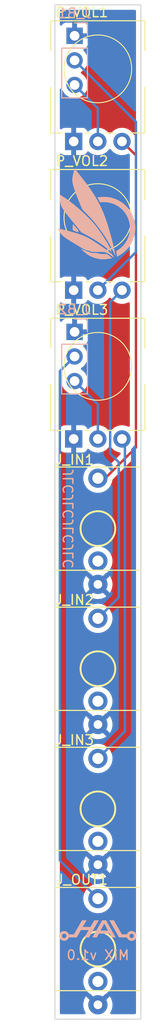
<source format=kicad_pcb>
(kicad_pcb (version 20240108) (generator "pcbnew") (generator_version "8.0")
  (title_block (rev "v1.0"))
  (layers (0 "F.Cu" signal) (31 "B.Cu" signal) (34 "B.Paste" user) (35 "F.Paste" user) (36 "B.SilkS" user "B.Silkscreen") (37 "F.SilkS" user "F.Silkscreen") (38 "B.Mask" user) (39 "F.Mask" user) (44 "Edge.Cuts" user))
  (net 0 "")
  (net 1 "GND")
  (net 2 "Net-(P_VOL1-Pad2)")
  (net 3 "Net-(J_IN1-PadSIG)")
  (net 4 "Net-(P_VOL2-Pad2)")
  (net 5 "Net-(J_IN2-PadSIG)")
  (net 6 "Net-(P_VOL3-Pad2)")
  (net 7 "Net-(J_IN3-PadSIG)")
  (net 11 "Net-(J_OUT1-PadSIG)")
  (footprint "Eurorack:PJ301M-12" (layer "F.Cu") (at 44.45 123.063)
    (property "Reference" "J_IN3" (at -2.413 -7.112 0) (layer "F.SilkS"))
    (property "Value" "PJ301M-12" (hide yes))
    (pad "GND" thru_hole circle (at 0 5.766) (size 2 2) (drill 0.9) (layers "*.Cu" "*.Mask") (net 1 "GND"))
    (pad "SIG" thru_hole circle (at 0 -5.207) (size 2 2) (drill 1.15) (layers "*.Cu" "*.Mask") (net 7 "Net-(J_IN3-PadSIG)"))
    (pad "SW" thru_hole circle (at 0 3.353) (size 2 2) (drill 1.14) (layers "*.Cu" "*.Mask"))
    (zone (net 0) (net_name "") (layer "F.Cu") (connect_pads (clearance 0)) (min_thickness 0.254)
      (keepout (tracks not_allowed) (vias not_allowed) (pads not_allowed) (copperpour not_allowed) (footprints allowed))
      (fill (thermal_gap 0.508) (thermal_bridge_width 0.508))
      (polygon (pts (xy 45.955141 123.063) (xy 45.93493 122.817171) (xy 45.874841 122.577945) (xy 45.776486 122.351744) (xy 45.642508 122.144645) (xy 45.476504 121.96221) (xy 45.282932 121.809336) (xy 45.066992 121.690131) (xy 44.834482 121.607794) (xy 44.591646 121.564539) (xy 44.345007 121.561525) (xy 44.101187 121.598835) (xy 43.866734 121.675466) (xy 43.647946 121.78936) (xy 43.450697 121.937458) (xy 43.280286 122.115784) (xy 43.141288 122.319548) (xy 43.037436 122.543278) (xy 42.971519 122.780965) (xy 42.945308 123.026226) (xy 42.959507 123.272475) (xy 43.013734 123.513099) (xy 43.106532 123.741634) (xy 43.235411 123.951945) (xy 43.396908 124.138382) (xy 43.586687 124.295939) (xy 43.79965 124.420385) (xy 44.030079 124.508377) (xy 44.271785 124.557553) (xy 44.518278 124.566592) (xy 44.762936 124.53525) (xy 44.999191 124.46437) (xy 45.220697 124.355856) (xy 45.421505 124.212621) (xy 45.596223 124.038512) (xy 45.740158 123.838205) (xy 45.849445 123.617079) (xy 45.921149 123.381074) (xy 45.953344 123.136526)))
    )
  )
  (footprint "Eurorack:Potentiometer Alpha RD901F-40-00D NoSides" (layer "F.Cu") (at 44.45 46.612 90)
    (property "Reference" "P_VOL1" (at 5.845 -1.651 0) (layer "F.SilkS"))
    (property "Value" "B100k" (hide yes))
    (pad "1" thru_hole rect (at -7.5 -2.5052 180) (size 1.8 1.8) (drill 1) (layers "*.Cu" "*.Mask") (net 1 "GND"))
    (pad "2" thru_hole circle (at -7.5 -0.0052 180) (size 1.8 1.8) (drill 1) (layers "*.Cu" "*.Mask") (net 2 "Net-(P_VOL1-Pad2)"))
    (pad "3" thru_hole circle (at -7.5 2.4948 180) (size 1.8 1.8) (drill 1) (layers "*.Cu" "*.Mask") (net 3 "Net-(J_IN1-PadSIG)"))
  )
  (footprint "Eurorack:Potentiometer Alpha RD901F-40-00D NoSides" (layer "F.Cu") (at 44.45 77.346 90)
    (property "Reference" "P_VOL3" (at 5.842 -1.6562 0) (layer "F.SilkS"))
    (property "Value" "B100k" (hide yes))
    (pad "1" thru_hole rect (at -7.5 -2.5052 180) (size 1.8 1.8) (drill 1) (layers "*.Cu" "*.Mask") (net 1 "GND"))
    (pad "2" thru_hole circle (at -7.5 -0.0052 180) (size 1.8 1.8) (drill 1) (layers "*.Cu" "*.Mask") (net 6 "Net-(P_VOL3-Pad2)"))
    (pad "3" thru_hole circle (at -7.5 2.4948 180) (size 1.8 1.8) (drill 1) (layers "*.Cu" "*.Mask") (net 7 "Net-(J_IN3-PadSIG)"))
  )
  (footprint "Eurorack:Potentiometer Alpha RD901F-40-00D NoSides" (layer "F.Cu") (at 44.45 61.979 90)
    (property "Reference" "P_VOL2" (at 5.845 -1.6562 0) (layer "F.SilkS"))
    (property "Value" "B100k" (hide yes))
    (pad "1" thru_hole rect (at -7.5 -2.5052 180) (size 1.8 1.8) (drill 1) (layers "*.Cu" "*.Mask") (net 1 "GND"))
    (pad "2" thru_hole circle (at -7.5 -0.0052 180) (size 1.8 1.8) (drill 1) (layers "*.Cu" "*.Mask") (net 4 "Net-(P_VOL2-Pad2)"))
    (pad "3" thru_hole circle (at -7.5 2.4948 180) (size 1.8 1.8) (drill 1) (layers "*.Cu" "*.Mask") (net 5 "Net-(J_IN2-PadSIG)"))
  )
  (footprint "Eurorack:PJ301M-12" (layer "F.Cu") (at 44.45 137.541)
    (property "Reference" "J_OUT1" (at -1.651 -7.15887 0) (layer "F.SilkS"))
    (property "Value" "PJ301M-12" (hide yes))
    (pad "GND" thru_hole circle (at 0 5.766) (size 2 2) (drill 0.9) (layers "*.Cu" "*.Mask") (net 1 "GND"))
    (pad "SIG" thru_hole circle (at 0 -5.207) (size 2 2) (drill 1.15) (layers "*.Cu" "*.Mask") (net 11 "Net-(J_OUT1-PadSIG)"))
    (pad "SW" thru_hole circle (at 0 3.353) (size 2 2) (drill 1.14) (layers "*.Cu" "*.Mask"))
    (zone (net 0) (net_name "") (layer "F.Cu") (connect_pads (clearance 0)) (min_thickness 0.254)
      (keepout (tracks not_allowed) (vias not_allowed) (pads not_allowed) (copperpour not_allowed) (footprints allowed))
      (fill (thermal_gap 0.508) (thermal_bridge_width 0.508))
      (polygon (pts (xy 45.955141 137.541) (xy 45.93493 137.295171) (xy 45.874841 137.055945) (xy 45.776486 136.829744) (xy 45.642508 136.622645) (xy 45.476504 136.44021) (xy 45.282932 136.287336) (xy 45.066992 136.168131) (xy 44.834482 136.085794) (xy 44.591646 136.042539) (xy 44.345007 136.039525) (xy 44.101187 136.076835) (xy 43.866734 136.153466) (xy 43.647946 136.26736) (xy 43.450697 136.415458) (xy 43.280286 136.593784) (xy 43.141288 136.797548) (xy 43.037436 137.021278) (xy 42.971519 137.258965) (xy 42.945308 137.504226) (xy 42.959507 137.750475) (xy 43.013734 137.991099) (xy 43.106532 138.219634) (xy 43.235411 138.429945) (xy 43.396908 138.616382) (xy 43.586687 138.773939) (xy 43.79965 138.898385) (xy 44.030079 138.986377) (xy 44.271785 139.035553) (xy 44.518278 139.044592) (xy 44.762936 139.01325) (xy 44.999191 138.94237) (xy 45.220697 138.833856) (xy 45.421505 138.690621) (xy 45.596223 138.516512) (xy 45.740158 138.316205) (xy 45.849445 138.095079) (xy 45.921149 137.859074) (xy 45.953344 137.614526)))
    )
  )
  (footprint "Eurorack:PJ301M-12" (layer "F.Cu") (at 44.45 94.107)
    (property "Reference" "J_IN1" (at -2.413 -7.112 0) (layer "F.SilkS"))
    (property "Value" "PJ301M-12" (hide yes))
    (pad "GND" thru_hole circle (at 0 5.766) (size 2 2) (drill 0.9) (layers "*.Cu" "*.Mask") (net 1 "GND"))
    (pad "SIG" thru_hole circle (at 0 -5.207) (size 2 2) (drill 1.15) (layers "*.Cu" "*.Mask") (net 3 "Net-(J_IN1-PadSIG)"))
    (pad "SW" thru_hole circle (at 0 3.353) (size 2 2) (drill 1.14) (layers "*.Cu" "*.Mask"))
    (zone (net 0) (net_name "") (layer "F.Cu") (connect_pads (clearance 0)) (min_thickness 0.254)
      (keepout (tracks not_allowed) (vias not_allowed) (pads not_allowed) (copperpour not_allowed) (footprints allowed))
      (fill (thermal_gap 0.508) (thermal_bridge_width 0.508))
      (polygon (pts (xy 45.955141 94.107) (xy 45.93493 93.861171) (xy 45.874841 93.621945) (xy 45.776486 93.395744) (xy 45.642508 93.188645) (xy 45.476504 93.00621) (xy 45.282932 92.853336) (xy 45.066992 92.734131) (xy 44.834482 92.651794) (xy 44.591646 92.608539) (xy 44.345007 92.605525) (xy 44.101187 92.642835) (xy 43.866734 92.719466) (xy 43.647946 92.83336) (xy 43.450697 92.981458) (xy 43.280286 93.159784) (xy 43.141288 93.363548) (xy 43.037436 93.587278) (xy 42.971519 93.824965) (xy 42.945308 94.070226) (xy 42.959507 94.316475) (xy 43.013734 94.557099) (xy 43.106532 94.785634) (xy 43.235411 94.995945) (xy 43.396908 95.182382) (xy 43.586687 95.339939) (xy 43.79965 95.464385) (xy 44.030079 95.552377) (xy 44.271785 95.601553) (xy 44.518278 95.610592) (xy 44.762936 95.57925) (xy 44.999191 95.50837) (xy 45.220697 95.399856) (xy 45.421505 95.256621) (xy 45.596223 95.082512) (xy 45.740158 94.882205) (xy 45.849445 94.661079) (xy 45.921149 94.425074) (xy 45.953344 94.180526)))
    )
  )
  (footprint "Eurorack:PJ301M-12" (layer "F.Cu") (at 44.45 108.585)
    (property "Reference" "J_IN2" (at -2.413 -7.112 0) (layer "F.SilkS"))
    (property "Value" "PJ301M-12" (hide yes))
    (pad "GND" thru_hole circle (at 0 5.766) (size 2 2) (drill 0.9) (layers "*.Cu" "*.Mask") (net 1 "GND"))
    (pad "SIG" thru_hole circle (at 0 -5.207) (size 2 2) (drill 1.15) (layers "*.Cu" "*.Mask") (net 5 "Net-(J_IN2-PadSIG)"))
    (pad "SW" thru_hole circle (at 0 3.353) (size 2 2) (drill 1.14) (layers "*.Cu" "*.Mask"))
    (zone (net 0) (net_name "") (layer "F.Cu") (connect_pads (clearance 0)) (min_thickness 0.254)
      (keepout (tracks not_allowed) (vias not_allowed) (pads not_allowed) (copperpour not_allowed) (footprints allowed))
      (fill (thermal_gap 0.508) (thermal_bridge_width 0.508))
      (polygon (pts (xy 45.955141 108.585) (xy 45.93493 108.339171) (xy 45.874841 108.099945) (xy 45.776486 107.873744) (xy 45.642508 107.666645) (xy 45.476504 107.48421) (xy 45.282932 107.331336) (xy 45.066992 107.212131) (xy 44.834482 107.129794) (xy 44.591646 107.086539) (xy 44.345007 107.083525) (xy 44.101187 107.120835) (xy 43.866734 107.197466) (xy 43.647946 107.31136) (xy 43.450697 107.459458) (xy 43.280286 107.637784) (xy 43.141288 107.841548) (xy 43.037436 108.065278) (xy 42.971519 108.302965) (xy 42.945308 108.548226) (xy 42.959507 108.794475) (xy 43.013734 109.035099) (xy 43.106532 109.263634) (xy 43.235411 109.473945) (xy 43.396908 109.660382) (xy 43.586687 109.817939) (xy 43.79965 109.942385) (xy 44.030079 110.030377) (xy 44.271785 110.079553) (xy 44.518278 110.088592) (xy 44.762936 110.05725) (xy 44.999191 109.98637) (xy 45.220697 109.877856) (xy 45.421505 109.734621) (xy 45.596223 109.560512) (xy 45.740158 109.360205) (xy 45.849445 109.139079) (xy 45.921149 108.903074) (xy 45.953344 108.658526)))
    )
  )
  (footprint "Connector_PinHeader_2.54mm:PinHeader_1x03_P2.54mm_Vertical" (layer "B.Cu") (at 42.037 43.195 180)
    (property "Reference" "J_B1" (at 0 2.33 0) (layer "B.SilkS") (effects (justify mirror)))
    (property "Value" "Conn_01x03_Female")
    (pad "1" thru_hole rect (at 0 0 180) (size 1.7 1.7) (drill 1) (layers "*.Cu" "*.Mask") (net 1 "GND"))
    (pad "2" thru_hole oval (at 0 -2.54 180) (size 1.7 1.7) (drill 1) (layers "*.Cu" "*.Mask") (net 4 "Net-(P_VOL2-Pad2)"))
    (pad "3" thru_hole oval (at 0 -5.08 180) (size 1.7 1.7) (drill 1) (layers "*.Cu" "*.Mask") (net 2 "Net-(P_VOL1-Pad2)"))
  )
  (footprint "Logos:Avali Logo 8mm" (layer "B.Cu") (at 44.323 61.595 180)
    (property "Reference" "G***" (hide yes))
    (property "Value" "LOGO" (hide yes))
  )
  (footprint "Logos:Avalon Harmonics Small 8mm" (layer "B.Cu") (at 44.45 135.636 180)
    (property "Reference" "G***" (hide yes))
    (property "Value" "LOGO" (hide yes))
  )
  (footprint "Connector_PinHeader_2.54mm:PinHeader_1x03_P2.54mm_Vertical" (layer "B.Cu") (at 42.037 73.787 180)
    (property "Reference" "J_B2" (at 0 2.33 0) (layer "B.SilkS") (effects (justify mirror)))
    (property "Value" "Conn_01x03_Female")
    (pad "1" thru_hole rect (at 0 0 180) (size 1.7 1.7) (drill 1) (layers "*.Cu" "*.Mask") (net 1 "GND"))
    (pad "2" thru_hole oval (at 0 -2.54 180) (size 1.7 1.7) (drill 1) (layers "*.Cu" "*.Mask") (net 11 "Net-(J_OUT1-PadSIG)"))
    (pad "3" thru_hole oval (at 0 -5.08 180) (size 1.7 1.7) (drill 1) (layers "*.Cu" "*.Mask") (net 6 "Net-(P_VOL3-Pad2)"))
  )
  (gr_rect (start 40 40) (end 48.9 144.79) (stroke (width 0.1)) (fill none) (layer "Edge.Cuts"))
  (gr_text "MiX v1.0" (at 44.45 138.176 0) (layer "B.SilkS") (effects (font (size 1 1)) (justify mirror)))
  (gr_text "JLCJLCJLCJLC" (at 41.402 93.091 90) (layer "B.SilkS") (effects (font (size 1 1)) (justify mirror)))
  (segment (start 44.4448 50.6828) (end 44.4448 54.112) (width 0.25) (layer "B.Cu") (net 2))
  (segment (start 42.037 48.275) (end 44.4448 50.6828) (width 0.25) (layer "B.Cu") (net 2))
  (segment (start 46.9448 54.112) (end 48.387 55.5542) (width 0.25) (layer "F.Cu") (net 3))
  (segment (start 48.387 55.5542) (end 48.387 85.725) (width 0.25) (layer "F.Cu") (net 3))
  (segment (start 48.387 85.725) (end 45.212 88.9) (width 0.25) (layer "F.Cu") (net 3))
  (segment (start 45.212 88.9) (end 44.45 88.9) (width 0.25) (layer "F.Cu") (net 3))
  (segment (start 48.387 65.5368) (end 44.4448 69.479) (width 0.25) (layer "B.Cu") (net 4))
  (segment (start 48.387 52.085) (end 48.387 65.5368) (width 0.25) (layer "B.Cu") (net 4))
  (segment (start 42.037 45.735) (end 48.387 52.085) (width 0.25) (layer "B.Cu") (net 4))
  (segment (start 45.72 86.36) (end 46.609 87.249) (width 0.25) (layer "B.Cu") (net 5))
  (segment (start 45.72 70.7038) (end 45.72 86.36) (width 0.25) (layer "B.Cu") (net 5))
  (segment (start 46.9448 69.479) (end 45.72 70.7038) (width 0.25) (layer "B.Cu") (net 5))
  (segment (start 46.609 87.249) (end 46.609 101.219) (width 0.25) (layer "B.Cu") (net 5))
  (segment (start 46.609 101.219) (end 44.45 103.378) (width 0.25) (layer "B.Cu") (net 5))
  (segment (start 44.4448 81.2748) (end 44.4448 84.843) (width 0.25) (layer "B.Cu") (net 6))
  (segment (start 42.037 78.867) (end 44.4448 81.2748) (width 0.25) (layer "B.Cu") (net 6))
  (segment (start 46.9448 84.843) (end 47.244 85.1422) (width 0.25) (layer "B.Cu") (net 7))
  (segment (start 47.244 85.1422) (end 47.244 115.062) (width 0.25) (layer "B.Cu") (net 7))
  (segment (start 47.244 115.062) (end 44.45 117.856) (width 0.25) (layer "B.Cu") (net 7))
  (segment (start 40.513 128.397) (end 44.45 132.334) (width 0.25) (layer "B.Cu") (net 11))
  (segment (start 42.037 76.327) (end 40.513 77.851) (width 0.25) (layer "B.Cu") (net 11))
  (segment (start 40.513 77.851) (end 40.513 128.397) (width 0.25) (layer "B.Cu") (net 11))
  (zone (net 1) (net_name "GND") (layer "F.Cu") (connect_pads (clearance 0.508)) (min_thickness 0.254) (fill yes (thermal_gap 0.508) (thermal_bridge_width 0.508))
    (polygon (pts (xy 49.276 145.288) (xy 39.624 145.288) (xy 39.624 39.497) (xy 49.403 39.497)))
  )
  (zone (net 1) (net_name "GND") (layer "B.Cu") (connect_pads (clearance 0.508)) (min_thickness 0.254) (fill yes (thermal_gap 0.508) (thermal_bridge_width 0.508))
    (polygon (pts (xy 49.276 145.288) (xy 39.624 145.288) (xy 39.624 39.497) (xy 49.403 39.497)))
  )
)
</source>
